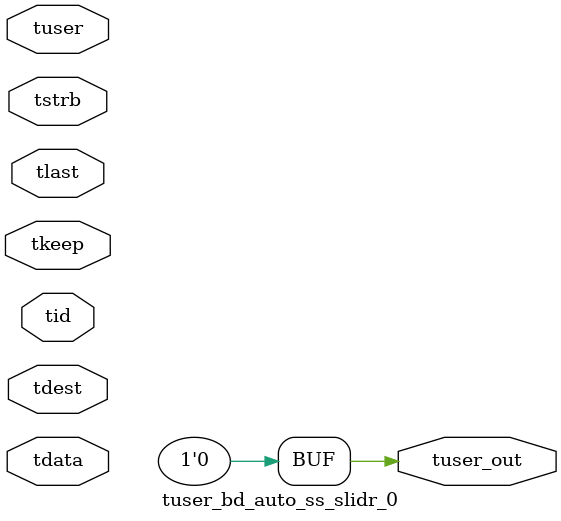
<source format=v>


`timescale 1ps/1ps

module tuser_bd_auto_ss_slidr_0 #
(
parameter C_S_AXIS_TUSER_WIDTH = 1,
parameter C_S_AXIS_TDATA_WIDTH = 32,
parameter C_S_AXIS_TID_WIDTH   = 0,
parameter C_S_AXIS_TDEST_WIDTH = 0,
parameter C_M_AXIS_TUSER_WIDTH = 1
)
(
input  [(C_S_AXIS_TUSER_WIDTH == 0 ? 1 : C_S_AXIS_TUSER_WIDTH)-1:0     ] tuser,
input  [(C_S_AXIS_TDATA_WIDTH == 0 ? 1 : C_S_AXIS_TDATA_WIDTH)-1:0     ] tdata,
input  [(C_S_AXIS_TID_WIDTH   == 0 ? 1 : C_S_AXIS_TID_WIDTH)-1:0       ] tid,
input  [(C_S_AXIS_TDEST_WIDTH == 0 ? 1 : C_S_AXIS_TDEST_WIDTH)-1:0     ] tdest,
input  [(C_S_AXIS_TDATA_WIDTH/8)-1:0 ] tkeep,
input  [(C_S_AXIS_TDATA_WIDTH/8)-1:0 ] tstrb,
input                                                                    tlast,
output [C_M_AXIS_TUSER_WIDTH-1:0] tuser_out
);

assign tuser_out = {1'b0};

endmodule


</source>
